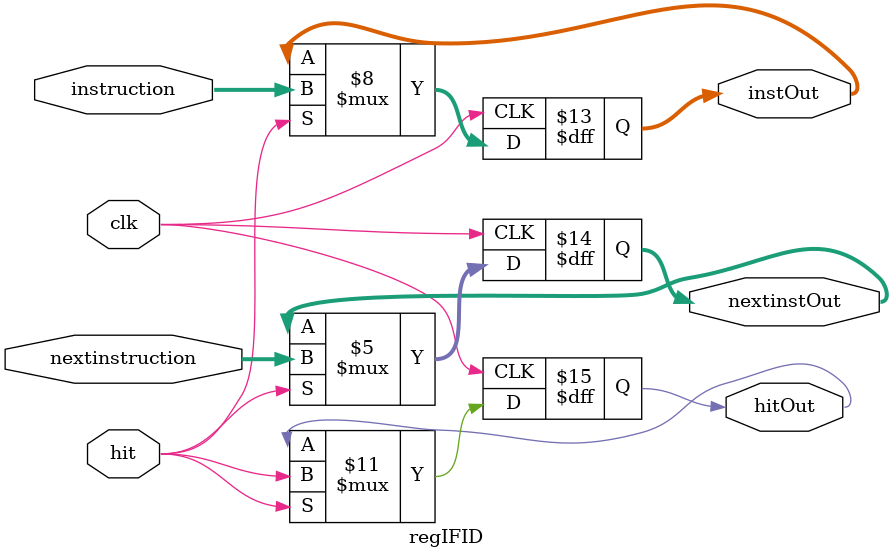
<source format=v>
`timescale 1ns / 1ps
module regIFID( clk, hit, instruction, nextinstruction, instOut, nextinstOut, hitOut
    );
	 
	 input clk;
	 input hit;
	 input [15:0] instruction;
	 input [15:0] nextinstruction;
	 
	 output reg [15:0] instOut;
	 output reg [15:0] nextinstOut;
	 output reg hitOut;
	 
	 initial begin
	 		hitOut = 0;
			instOut = 0;
			nextinstOut = 0;
	 end
	 
	 always @(negedge clk) begin
		if(hit == 1)
			begin
				hitOut = hit;
				instOut = instruction;
				nextinstOut = nextinstruction;
			end
		
	 end


endmodule

</source>
